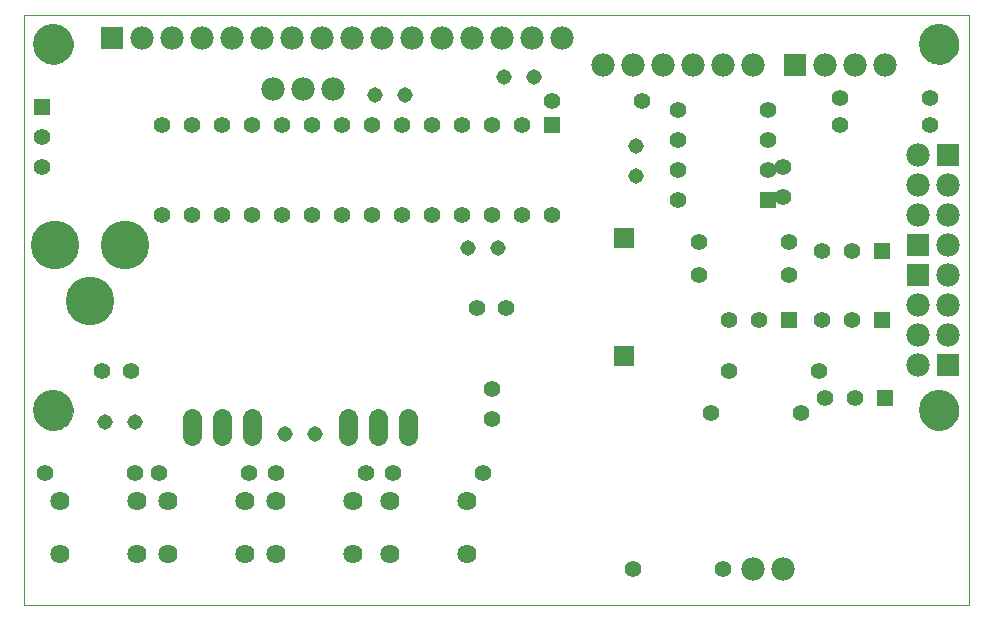
<source format=gts>
G75*
G70*
%OFA0B0*%
%FSLAX24Y24*%
%IPPOS*%
%LPD*%
%AMOC8*
5,1,8,0,0,1.08239X$1,22.5*
%
%ADD10C,0.0000*%
%ADD11R,0.0560X0.0560*%
%ADD12C,0.0560*%
%ADD13R,0.0690X0.0690*%
%ADD14C,0.0780*%
%ADD15C,0.0516*%
%ADD16C,0.0640*%
%ADD17C,0.0555*%
%ADD18C,0.1340*%
%ADD19C,0.1620*%
%ADD20R,0.0780X0.0780*%
%ADD21C,0.0640*%
%ADD22R,0.0555X0.0555*%
D10*
X002510Y000181D02*
X002510Y019866D01*
X034006Y019866D01*
X034006Y000181D01*
X002510Y000181D01*
X002844Y006677D02*
X002846Y006727D01*
X002852Y006777D01*
X002862Y006827D01*
X002875Y006875D01*
X002892Y006923D01*
X002913Y006969D01*
X002937Y007013D01*
X002965Y007055D01*
X002996Y007095D01*
X003030Y007132D01*
X003067Y007167D01*
X003106Y007198D01*
X003147Y007227D01*
X003191Y007252D01*
X003237Y007274D01*
X003284Y007292D01*
X003332Y007306D01*
X003381Y007317D01*
X003431Y007324D01*
X003481Y007327D01*
X003532Y007326D01*
X003582Y007321D01*
X003632Y007312D01*
X003680Y007300D01*
X003728Y007283D01*
X003774Y007263D01*
X003819Y007240D01*
X003862Y007213D01*
X003902Y007183D01*
X003940Y007150D01*
X003975Y007114D01*
X004008Y007075D01*
X004037Y007034D01*
X004063Y006991D01*
X004086Y006946D01*
X004105Y006899D01*
X004120Y006851D01*
X004132Y006802D01*
X004140Y006752D01*
X004144Y006702D01*
X004144Y006652D01*
X004140Y006602D01*
X004132Y006552D01*
X004120Y006503D01*
X004105Y006455D01*
X004086Y006408D01*
X004063Y006363D01*
X004037Y006320D01*
X004008Y006279D01*
X003975Y006240D01*
X003940Y006204D01*
X003902Y006171D01*
X003862Y006141D01*
X003819Y006114D01*
X003774Y006091D01*
X003728Y006071D01*
X003680Y006054D01*
X003632Y006042D01*
X003582Y006033D01*
X003532Y006028D01*
X003481Y006027D01*
X003431Y006030D01*
X003381Y006037D01*
X003332Y006048D01*
X003284Y006062D01*
X003237Y006080D01*
X003191Y006102D01*
X003147Y006127D01*
X003106Y006156D01*
X003067Y006187D01*
X003030Y006222D01*
X002996Y006259D01*
X002965Y006299D01*
X002937Y006341D01*
X002913Y006385D01*
X002892Y006431D01*
X002875Y006479D01*
X002862Y006527D01*
X002852Y006577D01*
X002846Y006627D01*
X002844Y006677D01*
X002844Y018882D02*
X002846Y018932D01*
X002852Y018982D01*
X002862Y019032D01*
X002875Y019080D01*
X002892Y019128D01*
X002913Y019174D01*
X002937Y019218D01*
X002965Y019260D01*
X002996Y019300D01*
X003030Y019337D01*
X003067Y019372D01*
X003106Y019403D01*
X003147Y019432D01*
X003191Y019457D01*
X003237Y019479D01*
X003284Y019497D01*
X003332Y019511D01*
X003381Y019522D01*
X003431Y019529D01*
X003481Y019532D01*
X003532Y019531D01*
X003582Y019526D01*
X003632Y019517D01*
X003680Y019505D01*
X003728Y019488D01*
X003774Y019468D01*
X003819Y019445D01*
X003862Y019418D01*
X003902Y019388D01*
X003940Y019355D01*
X003975Y019319D01*
X004008Y019280D01*
X004037Y019239D01*
X004063Y019196D01*
X004086Y019151D01*
X004105Y019104D01*
X004120Y019056D01*
X004132Y019007D01*
X004140Y018957D01*
X004144Y018907D01*
X004144Y018857D01*
X004140Y018807D01*
X004132Y018757D01*
X004120Y018708D01*
X004105Y018660D01*
X004086Y018613D01*
X004063Y018568D01*
X004037Y018525D01*
X004008Y018484D01*
X003975Y018445D01*
X003940Y018409D01*
X003902Y018376D01*
X003862Y018346D01*
X003819Y018319D01*
X003774Y018296D01*
X003728Y018276D01*
X003680Y018259D01*
X003632Y018247D01*
X003582Y018238D01*
X003532Y018233D01*
X003481Y018232D01*
X003431Y018235D01*
X003381Y018242D01*
X003332Y018253D01*
X003284Y018267D01*
X003237Y018285D01*
X003191Y018307D01*
X003147Y018332D01*
X003106Y018361D01*
X003067Y018392D01*
X003030Y018427D01*
X002996Y018464D01*
X002965Y018504D01*
X002937Y018546D01*
X002913Y018590D01*
X002892Y018636D01*
X002875Y018684D01*
X002862Y018732D01*
X002852Y018782D01*
X002846Y018832D01*
X002844Y018882D01*
X032371Y018882D02*
X032373Y018932D01*
X032379Y018982D01*
X032389Y019032D01*
X032402Y019080D01*
X032419Y019128D01*
X032440Y019174D01*
X032464Y019218D01*
X032492Y019260D01*
X032523Y019300D01*
X032557Y019337D01*
X032594Y019372D01*
X032633Y019403D01*
X032674Y019432D01*
X032718Y019457D01*
X032764Y019479D01*
X032811Y019497D01*
X032859Y019511D01*
X032908Y019522D01*
X032958Y019529D01*
X033008Y019532D01*
X033059Y019531D01*
X033109Y019526D01*
X033159Y019517D01*
X033207Y019505D01*
X033255Y019488D01*
X033301Y019468D01*
X033346Y019445D01*
X033389Y019418D01*
X033429Y019388D01*
X033467Y019355D01*
X033502Y019319D01*
X033535Y019280D01*
X033564Y019239D01*
X033590Y019196D01*
X033613Y019151D01*
X033632Y019104D01*
X033647Y019056D01*
X033659Y019007D01*
X033667Y018957D01*
X033671Y018907D01*
X033671Y018857D01*
X033667Y018807D01*
X033659Y018757D01*
X033647Y018708D01*
X033632Y018660D01*
X033613Y018613D01*
X033590Y018568D01*
X033564Y018525D01*
X033535Y018484D01*
X033502Y018445D01*
X033467Y018409D01*
X033429Y018376D01*
X033389Y018346D01*
X033346Y018319D01*
X033301Y018296D01*
X033255Y018276D01*
X033207Y018259D01*
X033159Y018247D01*
X033109Y018238D01*
X033059Y018233D01*
X033008Y018232D01*
X032958Y018235D01*
X032908Y018242D01*
X032859Y018253D01*
X032811Y018267D01*
X032764Y018285D01*
X032718Y018307D01*
X032674Y018332D01*
X032633Y018361D01*
X032594Y018392D01*
X032557Y018427D01*
X032523Y018464D01*
X032492Y018504D01*
X032464Y018546D01*
X032440Y018590D01*
X032419Y018636D01*
X032402Y018684D01*
X032389Y018732D01*
X032379Y018782D01*
X032373Y018832D01*
X032371Y018882D01*
X032371Y006677D02*
X032373Y006727D01*
X032379Y006777D01*
X032389Y006827D01*
X032402Y006875D01*
X032419Y006923D01*
X032440Y006969D01*
X032464Y007013D01*
X032492Y007055D01*
X032523Y007095D01*
X032557Y007132D01*
X032594Y007167D01*
X032633Y007198D01*
X032674Y007227D01*
X032718Y007252D01*
X032764Y007274D01*
X032811Y007292D01*
X032859Y007306D01*
X032908Y007317D01*
X032958Y007324D01*
X033008Y007327D01*
X033059Y007326D01*
X033109Y007321D01*
X033159Y007312D01*
X033207Y007300D01*
X033255Y007283D01*
X033301Y007263D01*
X033346Y007240D01*
X033389Y007213D01*
X033429Y007183D01*
X033467Y007150D01*
X033502Y007114D01*
X033535Y007075D01*
X033564Y007034D01*
X033590Y006991D01*
X033613Y006946D01*
X033632Y006899D01*
X033647Y006851D01*
X033659Y006802D01*
X033667Y006752D01*
X033671Y006702D01*
X033671Y006652D01*
X033667Y006602D01*
X033659Y006552D01*
X033647Y006503D01*
X033632Y006455D01*
X033613Y006408D01*
X033590Y006363D01*
X033564Y006320D01*
X033535Y006279D01*
X033502Y006240D01*
X033467Y006204D01*
X033429Y006171D01*
X033389Y006141D01*
X033346Y006114D01*
X033301Y006091D01*
X033255Y006071D01*
X033207Y006054D01*
X033159Y006042D01*
X033109Y006033D01*
X033059Y006028D01*
X033008Y006027D01*
X032958Y006030D01*
X032908Y006037D01*
X032859Y006048D01*
X032811Y006062D01*
X032764Y006080D01*
X032718Y006102D01*
X032674Y006127D01*
X032633Y006156D01*
X032594Y006187D01*
X032557Y006222D01*
X032523Y006259D01*
X032492Y006299D01*
X032464Y006341D01*
X032440Y006385D01*
X032419Y006431D01*
X032402Y006479D01*
X032389Y006527D01*
X032379Y006577D01*
X032373Y006627D01*
X032371Y006677D01*
D11*
X031210Y007081D03*
X031110Y009681D03*
X028010Y009681D03*
X031110Y011981D03*
X027310Y013681D03*
X020110Y016181D03*
D12*
X019110Y016181D03*
X018110Y016181D03*
X017110Y016181D03*
X016110Y016181D03*
X015110Y016181D03*
X014110Y016181D03*
X013110Y016181D03*
X012110Y016181D03*
X011110Y016181D03*
X010110Y016181D03*
X009110Y016181D03*
X008110Y016181D03*
X007110Y016181D03*
X007110Y013181D03*
X008110Y013181D03*
X009110Y013181D03*
X010110Y013181D03*
X011110Y013181D03*
X012110Y013181D03*
X013110Y013181D03*
X014110Y013181D03*
X015110Y013181D03*
X016110Y013181D03*
X017110Y013181D03*
X018110Y013181D03*
X019110Y013181D03*
X020110Y013181D03*
X024310Y013681D03*
X024310Y014681D03*
X024310Y015681D03*
X024310Y016681D03*
X023110Y016981D03*
X020110Y016981D03*
X027310Y016681D03*
X027310Y015681D03*
X027810Y014781D03*
X027310Y014681D03*
X027810Y013781D03*
X028010Y012281D03*
X029110Y011981D03*
X030110Y011981D03*
X028010Y011181D03*
X027010Y009681D03*
X026010Y009681D03*
X025010Y011181D03*
X025010Y012281D03*
X029110Y009681D03*
X030110Y009681D03*
X029010Y007981D03*
X029210Y007081D03*
X028410Y006581D03*
X030210Y007081D03*
X026010Y007981D03*
X025410Y006581D03*
X017810Y004581D03*
X014810Y004581D03*
X013910Y004581D03*
X010910Y004581D03*
X010010Y004581D03*
X007010Y004581D03*
X006210Y004581D03*
X003210Y004581D03*
X022810Y001381D03*
X025810Y001381D03*
X029710Y016181D03*
X029710Y017081D03*
X032710Y017081D03*
X032710Y016181D03*
D13*
X022510Y012418D03*
X022510Y008481D03*
D14*
X032310Y008181D03*
X032310Y009181D03*
X033310Y009181D03*
X033310Y010181D03*
X032310Y010181D03*
X033310Y011181D03*
X033310Y012181D03*
X033310Y013181D03*
X032310Y013181D03*
X032310Y014181D03*
X033310Y014181D03*
X032310Y015181D03*
X031210Y018181D03*
X030210Y018181D03*
X029210Y018181D03*
X026810Y018181D03*
X025810Y018181D03*
X024810Y018181D03*
X023810Y018181D03*
X022810Y018181D03*
X021810Y018181D03*
X020462Y019079D03*
X019462Y019079D03*
X018462Y019079D03*
X017462Y019079D03*
X016462Y019079D03*
X015462Y019079D03*
X014462Y019079D03*
X013462Y019079D03*
X012462Y019079D03*
X011462Y019079D03*
X010462Y019079D03*
X009462Y019079D03*
X008462Y019079D03*
X007462Y019079D03*
X006462Y019079D03*
X010810Y017381D03*
X011810Y017381D03*
X012810Y017381D03*
X026810Y001381D03*
X027810Y001381D03*
D15*
X012210Y005881D03*
X011210Y005881D03*
X006210Y006281D03*
X005210Y006281D03*
X017310Y012081D03*
X018310Y012081D03*
X022910Y014481D03*
X022910Y015481D03*
X019510Y017781D03*
X018510Y017781D03*
X015210Y017181D03*
X014210Y017181D03*
D16*
X014310Y006431D02*
X014310Y005831D01*
X015310Y005831D02*
X015310Y006431D01*
X013310Y006431D02*
X013310Y005831D01*
X010110Y005831D02*
X010110Y006431D01*
X009110Y006431D02*
X009110Y005831D01*
X008110Y005831D02*
X008110Y006431D01*
D17*
X006102Y007981D03*
X005117Y007981D03*
X003110Y014781D03*
X003110Y015781D03*
X017617Y010081D03*
X018602Y010081D03*
X018110Y007374D03*
X018110Y006389D03*
D18*
X003494Y006677D03*
X003494Y018882D03*
X033021Y018882D03*
X033021Y006677D03*
D19*
X005903Y012181D03*
X003541Y012181D03*
X004722Y010331D03*
D20*
X005462Y019079D03*
X028210Y018181D03*
X033310Y015181D03*
X032310Y012181D03*
X032310Y011181D03*
X033310Y008181D03*
D21*
X017290Y003671D03*
X014730Y003671D03*
X013490Y003671D03*
X010930Y003671D03*
X009890Y003671D03*
X007330Y003671D03*
X006290Y003671D03*
X003730Y003671D03*
X003730Y001891D03*
X006290Y001891D03*
X007330Y001891D03*
X009890Y001891D03*
X010930Y001891D03*
X013490Y001891D03*
X014730Y001891D03*
X017290Y001891D03*
D22*
X003110Y016781D03*
M02*

</source>
